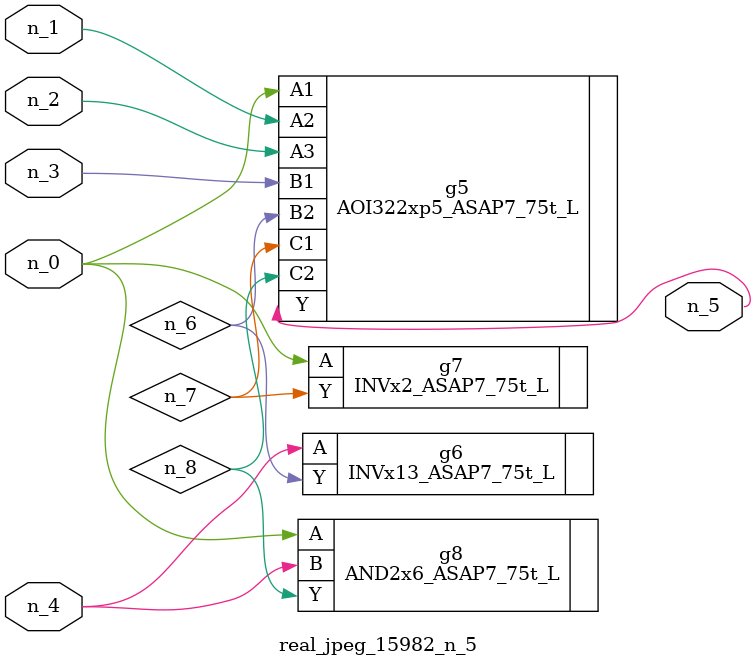
<source format=v>
module real_jpeg_15982_n_5 (n_4, n_0, n_1, n_2, n_3, n_5);

input n_4;
input n_0;
input n_1;
input n_2;
input n_3;

output n_5;

wire n_8;
wire n_6;
wire n_7;

AOI322xp5_ASAP7_75t_L g5 ( 
.A1(n_0),
.A2(n_1),
.A3(n_2),
.B1(n_3),
.B2(n_6),
.C1(n_7),
.C2(n_8),
.Y(n_5)
);

INVx2_ASAP7_75t_L g7 ( 
.A(n_0),
.Y(n_7)
);

AND2x6_ASAP7_75t_L g8 ( 
.A(n_0),
.B(n_4),
.Y(n_8)
);

INVx13_ASAP7_75t_L g6 ( 
.A(n_4),
.Y(n_6)
);


endmodule
</source>
